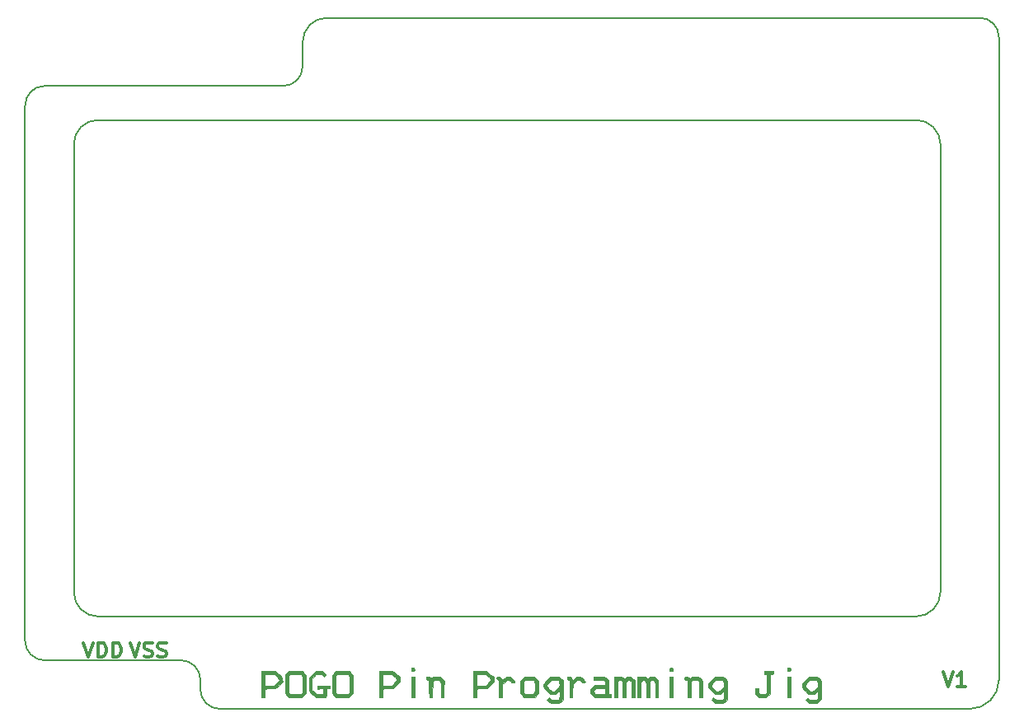
<source format=gbr>
%TF.GenerationSoftware,KiCad,Pcbnew,5.0.1*%
%TF.CreationDate,2019-01-19T14:59:23-06:00*%
%TF.ProjectId,NFCJig-TOP,4E46434A69672D544F502E6B69636164,rev?*%
%TF.SameCoordinates,Original*%
%TF.FileFunction,Legend,Top*%
%TF.FilePolarity,Positive*%
%FSLAX46Y46*%
G04 Gerber Fmt 4.6, Leading zero omitted, Abs format (unit mm)*
G04 Created by KiCad (PCBNEW 5.0.1) date Sat 19 Jan 2019 02:59:23 PM CST*
%MOMM*%
%LPD*%
G01*
G04 APERTURE LIST*
%ADD10C,0.150000*%
%ADD11C,0.300000*%
%ADD12C,0.010000*%
G04 APERTURE END LIST*
D10*
X127000000Y-134000000D02*
X204000000Y-134000000D01*
X107000000Y-127000000D02*
X107000000Y-126000000D01*
X109000000Y-129000000D02*
X110500000Y-129000000D01*
X109000000Y-129000000D02*
G75*
G02X107000000Y-127000000I0J2000000D01*
G01*
X123000000Y-129000000D02*
X110500000Y-129000000D01*
X107000000Y-72000000D02*
X107000000Y-126000000D01*
X125000000Y-132000000D02*
X125000000Y-131000000D01*
X123000000Y-129000000D02*
G75*
G02X125000000Y-131000000I0J-2000000D01*
G01*
X127000000Y-134000000D02*
G75*
G02X125000000Y-132000000I0J2000000D01*
G01*
X207000000Y-65000000D02*
X207000000Y-67000000D01*
X205000000Y-63000000D02*
X203500000Y-63000000D01*
X205000000Y-63000000D02*
G75*
G02X207000000Y-65000000I0J-2000000D01*
G01*
X203000000Y-63000000D02*
X203500000Y-63000000D01*
X138000000Y-63000000D02*
X203000000Y-63000000D01*
X135500000Y-68000000D02*
X135500000Y-65500000D01*
X135500000Y-65500000D02*
G75*
G02X138000000Y-63000000I2500000J0D01*
G01*
X107000000Y-72000000D02*
G75*
G02X109000000Y-70000000I2000000J0D01*
G01*
X109000000Y-70000000D02*
X110500000Y-70000000D01*
X133500000Y-70000000D02*
X110500000Y-70000000D01*
X135500000Y-68000000D02*
G75*
G02X133500000Y-70000000I-2000000J0D01*
G01*
X112000000Y-76000000D02*
G75*
G02X114500000Y-73500000I2500000J0D01*
G01*
X114500000Y-73500000D02*
X198500000Y-73500000D01*
X207000000Y-67000000D02*
X207000000Y-131000000D01*
X207000000Y-131000000D02*
G75*
G02X204000000Y-134000000I-3000000J0D01*
G01*
D11*
X117771428Y-127178571D02*
X118271428Y-128678571D01*
X118771428Y-127178571D01*
X119200000Y-128607142D02*
X119414285Y-128678571D01*
X119771428Y-128678571D01*
X119914285Y-128607142D01*
X119985714Y-128535714D01*
X120057142Y-128392857D01*
X120057142Y-128250000D01*
X119985714Y-128107142D01*
X119914285Y-128035714D01*
X119771428Y-127964285D01*
X119485714Y-127892857D01*
X119342857Y-127821428D01*
X119271428Y-127750000D01*
X119200000Y-127607142D01*
X119200000Y-127464285D01*
X119271428Y-127321428D01*
X119342857Y-127250000D01*
X119485714Y-127178571D01*
X119842857Y-127178571D01*
X120057142Y-127250000D01*
X120628571Y-128607142D02*
X120842857Y-128678571D01*
X121200000Y-128678571D01*
X121342857Y-128607142D01*
X121414285Y-128535714D01*
X121485714Y-128392857D01*
X121485714Y-128250000D01*
X121414285Y-128107142D01*
X121342857Y-128035714D01*
X121200000Y-127964285D01*
X120914285Y-127892857D01*
X120771428Y-127821428D01*
X120700000Y-127750000D01*
X120628571Y-127607142D01*
X120628571Y-127464285D01*
X120700000Y-127321428D01*
X120771428Y-127250000D01*
X120914285Y-127178571D01*
X121271428Y-127178571D01*
X121485714Y-127250000D01*
X113000000Y-127178571D02*
X113500000Y-128678571D01*
X114000000Y-127178571D01*
X114500000Y-128678571D02*
X114500000Y-127178571D01*
X114857142Y-127178571D01*
X115071428Y-127250000D01*
X115214285Y-127392857D01*
X115285714Y-127535714D01*
X115357142Y-127821428D01*
X115357142Y-128035714D01*
X115285714Y-128321428D01*
X115214285Y-128464285D01*
X115071428Y-128607142D01*
X114857142Y-128678571D01*
X114500000Y-128678571D01*
X116000000Y-128678571D02*
X116000000Y-127178571D01*
X116357142Y-127178571D01*
X116571428Y-127250000D01*
X116714285Y-127392857D01*
X116785714Y-127535714D01*
X116857142Y-127821428D01*
X116857142Y-128035714D01*
X116785714Y-128321428D01*
X116714285Y-128464285D01*
X116571428Y-128607142D01*
X116357142Y-128678571D01*
X116000000Y-128678571D01*
X201285714Y-130178571D02*
X201785714Y-131678571D01*
X202285714Y-130178571D01*
X203571428Y-131678571D02*
X202714285Y-131678571D01*
X203142857Y-131678571D02*
X203142857Y-130178571D01*
X203000000Y-130392857D01*
X202857142Y-130535714D01*
X202714285Y-130607142D01*
D10*
X112000000Y-122000000D02*
X112000000Y-76000000D01*
X198500000Y-124500000D02*
X114500000Y-124500000D01*
X201000000Y-76000000D02*
X201000000Y-122000000D01*
X201000000Y-122000000D02*
G75*
G02X198500000Y-124500000I-2500000J0D01*
G01*
X114500000Y-124500000D02*
G75*
G02X112000000Y-122000000I0J2500000D01*
G01*
X198500000Y-73500000D02*
G75*
G02X201000000Y-76000000I0J-2500000D01*
G01*
D12*
G36*
X185521054Y-129778740D02*
X185569216Y-129807255D01*
X185581593Y-129884652D01*
X185582000Y-129944000D01*
X185577927Y-130052387D01*
X185549412Y-130100549D01*
X185472015Y-130112926D01*
X185412667Y-130113333D01*
X185304280Y-130109260D01*
X185256118Y-130080745D01*
X185243741Y-130003348D01*
X185243334Y-129944000D01*
X185247407Y-129835613D01*
X185275922Y-129787451D01*
X185353319Y-129775074D01*
X185412667Y-129774667D01*
X185521054Y-129778740D01*
X185521054Y-129778740D01*
G37*
X185521054Y-129778740D02*
X185569216Y-129807255D01*
X185581593Y-129884652D01*
X185582000Y-129944000D01*
X185577927Y-130052387D01*
X185549412Y-130100549D01*
X185472015Y-130112926D01*
X185412667Y-130113333D01*
X185304280Y-130109260D01*
X185256118Y-130080745D01*
X185243741Y-130003348D01*
X185243334Y-129944000D01*
X185247407Y-129835613D01*
X185275922Y-129787451D01*
X185353319Y-129775074D01*
X185412667Y-129774667D01*
X185521054Y-129778740D01*
G36*
X173456054Y-129778740D02*
X173504216Y-129807255D01*
X173516593Y-129884652D01*
X173517000Y-129944000D01*
X173512355Y-130052450D01*
X173484875Y-130100651D01*
X173414244Y-130112980D01*
X173375889Y-130113333D01*
X173271287Y-130105588D01*
X173208467Y-130086778D01*
X173206556Y-130085111D01*
X173187184Y-130027015D01*
X173178383Y-129924160D01*
X173178334Y-129915778D01*
X173183908Y-129825402D01*
X173216884Y-129785235D01*
X173301641Y-129774960D01*
X173347667Y-129774667D01*
X173456054Y-129778740D01*
X173456054Y-129778740D01*
G37*
X173456054Y-129778740D02*
X173504216Y-129807255D01*
X173516593Y-129884652D01*
X173517000Y-129944000D01*
X173512355Y-130052450D01*
X173484875Y-130100651D01*
X173414244Y-130112980D01*
X173375889Y-130113333D01*
X173271287Y-130105588D01*
X173208467Y-130086778D01*
X173206556Y-130085111D01*
X173187184Y-130027015D01*
X173178383Y-129924160D01*
X173178334Y-129915778D01*
X173183908Y-129825402D01*
X173216884Y-129785235D01*
X173301641Y-129774960D01*
X173347667Y-129774667D01*
X173456054Y-129778740D01*
G36*
X146920699Y-129779793D02*
X146962858Y-129811445D01*
X146973669Y-129894034D01*
X146974000Y-129944000D01*
X146969515Y-130052418D01*
X146941819Y-130100600D01*
X146869554Y-130112955D01*
X146825834Y-130113333D01*
X146730968Y-130108207D01*
X146688809Y-130076554D01*
X146677998Y-129993966D01*
X146677667Y-129944000D01*
X146682152Y-129835582D01*
X146709848Y-129787400D01*
X146782113Y-129775045D01*
X146825834Y-129774667D01*
X146920699Y-129779793D01*
X146920699Y-129779793D01*
G37*
X146920699Y-129779793D02*
X146962858Y-129811445D01*
X146973669Y-129894034D01*
X146974000Y-129944000D01*
X146969515Y-130052418D01*
X146941819Y-130100600D01*
X146869554Y-130112955D01*
X146825834Y-130113333D01*
X146730968Y-130108207D01*
X146688809Y-130076554D01*
X146677998Y-129993966D01*
X146677667Y-129944000D01*
X146682152Y-129835582D01*
X146709848Y-129787400D01*
X146782113Y-129775045D01*
X146825834Y-129774667D01*
X146920699Y-129779793D01*
G36*
X159470760Y-130880145D02*
X159674000Y-131096623D01*
X159674000Y-132366416D01*
X159500725Y-132573375D01*
X159327449Y-132780333D01*
X158203919Y-132780333D01*
X158007626Y-132570480D01*
X157811334Y-132360627D01*
X157811334Y-131737234D01*
X158150000Y-131737234D01*
X158151058Y-131965294D01*
X158155760Y-132124861D01*
X158166399Y-132232099D01*
X158185268Y-132303172D01*
X158214662Y-132354241D01*
X158242046Y-132386021D01*
X158292855Y-132432118D01*
X158353307Y-132461021D01*
X158443279Y-132476669D01*
X158582650Y-132482999D01*
X158736734Y-132484000D01*
X158930307Y-132481830D01*
X159059441Y-132472848D01*
X159144309Y-132453345D01*
X159205080Y-132419613D01*
X159237355Y-132391954D01*
X159277517Y-132349349D01*
X159304900Y-132299877D01*
X159321938Y-132227564D01*
X159331065Y-132116438D01*
X159334717Y-131950525D01*
X159335334Y-131749099D01*
X159334276Y-131521039D01*
X159329574Y-131361472D01*
X159318935Y-131254234D01*
X159300065Y-131183161D01*
X159270672Y-131132092D01*
X159243288Y-131100312D01*
X159192478Y-131054215D01*
X159132027Y-131025312D01*
X159042054Y-131009664D01*
X158902684Y-131003334D01*
X158748599Y-131002333D01*
X158555026Y-131004503D01*
X158425892Y-131013485D01*
X158341025Y-131032988D01*
X158280254Y-131066720D01*
X158247979Y-131094379D01*
X158207816Y-131136984D01*
X158180434Y-131186456D01*
X158163396Y-131258769D01*
X158154269Y-131369895D01*
X158150617Y-131535808D01*
X158150000Y-131737234D01*
X157811334Y-131737234D01*
X157811334Y-131124265D01*
X158246948Y-130663667D01*
X159267519Y-130663667D01*
X159470760Y-130880145D01*
X159470760Y-130880145D01*
G37*
X159470760Y-130880145D02*
X159674000Y-131096623D01*
X159674000Y-132366416D01*
X159500725Y-132573375D01*
X159327449Y-132780333D01*
X158203919Y-132780333D01*
X158007626Y-132570480D01*
X157811334Y-132360627D01*
X157811334Y-131737234D01*
X158150000Y-131737234D01*
X158151058Y-131965294D01*
X158155760Y-132124861D01*
X158166399Y-132232099D01*
X158185268Y-132303172D01*
X158214662Y-132354241D01*
X158242046Y-132386021D01*
X158292855Y-132432118D01*
X158353307Y-132461021D01*
X158443279Y-132476669D01*
X158582650Y-132482999D01*
X158736734Y-132484000D01*
X158930307Y-132481830D01*
X159059441Y-132472848D01*
X159144309Y-132453345D01*
X159205080Y-132419613D01*
X159237355Y-132391954D01*
X159277517Y-132349349D01*
X159304900Y-132299877D01*
X159321938Y-132227564D01*
X159331065Y-132116438D01*
X159334717Y-131950525D01*
X159335334Y-131749099D01*
X159334276Y-131521039D01*
X159329574Y-131361472D01*
X159318935Y-131254234D01*
X159300065Y-131183161D01*
X159270672Y-131132092D01*
X159243288Y-131100312D01*
X159192478Y-131054215D01*
X159132027Y-131025312D01*
X159042054Y-131009664D01*
X158902684Y-131003334D01*
X158748599Y-131002333D01*
X158555026Y-131004503D01*
X158425892Y-131013485D01*
X158341025Y-131032988D01*
X158280254Y-131066720D01*
X158247979Y-131094379D01*
X158207816Y-131136984D01*
X158180434Y-131186456D01*
X158163396Y-131258769D01*
X158154269Y-131369895D01*
X158150617Y-131535808D01*
X158150000Y-131737234D01*
X157811334Y-131737234D01*
X157811334Y-131124265D01*
X158246948Y-130663667D01*
X159267519Y-130663667D01*
X159470760Y-130880145D01*
G36*
X185582000Y-132822667D02*
X185432505Y-132822667D01*
X185327584Y-132808901D01*
X185265776Y-132775140D01*
X185262382Y-132768913D01*
X185257057Y-132712972D01*
X185253185Y-132584778D01*
X185250874Y-132396733D01*
X185250232Y-132161240D01*
X185251366Y-131890701D01*
X185253128Y-131699996D01*
X185264500Y-130684833D01*
X185423250Y-130671694D01*
X185582000Y-130658556D01*
X185582000Y-132822667D01*
X185582000Y-132822667D01*
G37*
X185582000Y-132822667D02*
X185432505Y-132822667D01*
X185327584Y-132808901D01*
X185265776Y-132775140D01*
X185262382Y-132768913D01*
X185257057Y-132712972D01*
X185253185Y-132584778D01*
X185250874Y-132396733D01*
X185250232Y-132161240D01*
X185251366Y-131890701D01*
X185253128Y-131699996D01*
X185264500Y-130684833D01*
X185423250Y-130671694D01*
X185582000Y-130658556D01*
X185582000Y-132822667D01*
G36*
X183804000Y-130240333D02*
X183799927Y-130348720D01*
X183771412Y-130396882D01*
X183694015Y-130409259D01*
X183634667Y-130409667D01*
X183465334Y-130409667D01*
X183465334Y-132430081D01*
X183255480Y-132626374D01*
X183045627Y-132822667D01*
X182732401Y-132822667D01*
X182565198Y-132819649D01*
X182451421Y-132804425D01*
X182359881Y-132767741D01*
X182259391Y-132700341D01*
X182220073Y-132670640D01*
X182072274Y-132540623D01*
X181986507Y-132411033D01*
X181948031Y-132251707D01*
X181941334Y-132100244D01*
X181941334Y-131891333D01*
X182280000Y-131891333D01*
X182280000Y-132095621D01*
X182300545Y-132272900D01*
X182368577Y-132391106D01*
X182493694Y-132458513D01*
X182685493Y-132483396D01*
X182730433Y-132484000D01*
X182885368Y-132478064D01*
X182984613Y-132454890D01*
X183056647Y-132406425D01*
X183076954Y-132386021D01*
X183106897Y-132350798D01*
X183129529Y-132309708D01*
X183145873Y-132251246D01*
X183156949Y-132163908D01*
X183163779Y-132036188D01*
X183167383Y-131856583D01*
X183168782Y-131613588D01*
X183169000Y-131348855D01*
X183169000Y-130409667D01*
X183020834Y-130409667D01*
X182925968Y-130404540D01*
X182883809Y-130372888D01*
X182872998Y-130290299D01*
X182872667Y-130240333D01*
X182872667Y-130071000D01*
X183804000Y-130071000D01*
X183804000Y-130240333D01*
X183804000Y-130240333D01*
G37*
X183804000Y-130240333D02*
X183799927Y-130348720D01*
X183771412Y-130396882D01*
X183694015Y-130409259D01*
X183634667Y-130409667D01*
X183465334Y-130409667D01*
X183465334Y-132430081D01*
X183255480Y-132626374D01*
X183045627Y-132822667D01*
X182732401Y-132822667D01*
X182565198Y-132819649D01*
X182451421Y-132804425D01*
X182359881Y-132767741D01*
X182259391Y-132700341D01*
X182220073Y-132670640D01*
X182072274Y-132540623D01*
X181986507Y-132411033D01*
X181948031Y-132251707D01*
X181941334Y-132100244D01*
X181941334Y-131891333D01*
X182280000Y-131891333D01*
X182280000Y-132095621D01*
X182300545Y-132272900D01*
X182368577Y-132391106D01*
X182493694Y-132458513D01*
X182685493Y-132483396D01*
X182730433Y-132484000D01*
X182885368Y-132478064D01*
X182984613Y-132454890D01*
X183056647Y-132406425D01*
X183076954Y-132386021D01*
X183106897Y-132350798D01*
X183129529Y-132309708D01*
X183145873Y-132251246D01*
X183156949Y-132163908D01*
X183163779Y-132036188D01*
X183167383Y-131856583D01*
X183168782Y-131613588D01*
X183169000Y-131348855D01*
X183169000Y-130409667D01*
X183020834Y-130409667D01*
X182925968Y-130404540D01*
X182883809Y-130372888D01*
X182872998Y-130290299D01*
X182872667Y-130240333D01*
X182872667Y-130071000D01*
X183804000Y-130071000D01*
X183804000Y-130240333D01*
G36*
X175951619Y-130667077D02*
X176065440Y-130683180D01*
X176156745Y-130720787D01*
X176256565Y-130788708D01*
X176275674Y-130803186D01*
X176369667Y-130877624D01*
X176440671Y-130947012D01*
X176491729Y-131024156D01*
X176525882Y-131121863D01*
X176546173Y-131252939D01*
X176555643Y-131430189D01*
X176557335Y-131666419D01*
X176554290Y-131974436D01*
X176554270Y-131976000D01*
X176543834Y-132801500D01*
X176247500Y-132801500D01*
X176235950Y-131998866D01*
X176231373Y-131717863D01*
X176225926Y-131508870D01*
X176218164Y-131359235D01*
X176206645Y-131256302D01*
X176189924Y-131187420D01*
X176166558Y-131139932D01*
X176135103Y-131101186D01*
X176133321Y-131099283D01*
X176066249Y-131043501D01*
X175980857Y-131013927D01*
X175849728Y-131003093D01*
X175777337Y-131002333D01*
X175628247Y-131005785D01*
X175536865Y-131022389D01*
X175476318Y-131061520D01*
X175424883Y-131125285D01*
X175393917Y-131174480D01*
X175371226Y-131231102D01*
X175355537Y-131308382D01*
X175345578Y-131419553D01*
X175340074Y-131577850D01*
X175337754Y-131796503D01*
X175337334Y-132035452D01*
X175337334Y-132822667D01*
X175042684Y-132822667D01*
X175031259Y-131923083D01*
X175019834Y-131023500D01*
X174858689Y-131010218D01*
X174754296Y-130996685D01*
X174711513Y-130962185D01*
X174707445Y-130880551D01*
X174710522Y-130840885D01*
X174725567Y-130738940D01*
X174765667Y-130691901D01*
X174857703Y-130673967D01*
X174887078Y-130671407D01*
X175028905Y-130679098D01*
X175135917Y-130738544D01*
X175149167Y-130750525D01*
X175247677Y-130843070D01*
X175361714Y-130753368D01*
X175442597Y-130703583D01*
X175543235Y-130675881D01*
X175689608Y-130664746D01*
X175784252Y-130663666D01*
X175951619Y-130667077D01*
X175951619Y-130667077D01*
G37*
X175951619Y-130667077D02*
X176065440Y-130683180D01*
X176156745Y-130720787D01*
X176256565Y-130788708D01*
X176275674Y-130803186D01*
X176369667Y-130877624D01*
X176440671Y-130947012D01*
X176491729Y-131024156D01*
X176525882Y-131121863D01*
X176546173Y-131252939D01*
X176555643Y-131430189D01*
X176557335Y-131666419D01*
X176554290Y-131974436D01*
X176554270Y-131976000D01*
X176543834Y-132801500D01*
X176247500Y-132801500D01*
X176235950Y-131998866D01*
X176231373Y-131717863D01*
X176225926Y-131508870D01*
X176218164Y-131359235D01*
X176206645Y-131256302D01*
X176189924Y-131187420D01*
X176166558Y-131139932D01*
X176135103Y-131101186D01*
X176133321Y-131099283D01*
X176066249Y-131043501D01*
X175980857Y-131013927D01*
X175849728Y-131003093D01*
X175777337Y-131002333D01*
X175628247Y-131005785D01*
X175536865Y-131022389D01*
X175476318Y-131061520D01*
X175424883Y-131125285D01*
X175393917Y-131174480D01*
X175371226Y-131231102D01*
X175355537Y-131308382D01*
X175345578Y-131419553D01*
X175340074Y-131577850D01*
X175337754Y-131796503D01*
X175337334Y-132035452D01*
X175337334Y-132822667D01*
X175042684Y-132822667D01*
X175031259Y-131923083D01*
X175019834Y-131023500D01*
X174858689Y-131010218D01*
X174754296Y-130996685D01*
X174711513Y-130962185D01*
X174707445Y-130880551D01*
X174710522Y-130840885D01*
X174725567Y-130738940D01*
X174765667Y-130691901D01*
X174857703Y-130673967D01*
X174887078Y-130671407D01*
X175028905Y-130679098D01*
X175135917Y-130738544D01*
X175149167Y-130750525D01*
X175247677Y-130843070D01*
X175361714Y-130753368D01*
X175442597Y-130703583D01*
X175543235Y-130675881D01*
X175689608Y-130664746D01*
X175784252Y-130663666D01*
X175951619Y-130667077D01*
G36*
X173517000Y-132822667D02*
X173367505Y-132822667D01*
X173262584Y-132808901D01*
X173200776Y-132775140D01*
X173197382Y-132768913D01*
X173192057Y-132712972D01*
X173188185Y-132584778D01*
X173185874Y-132396733D01*
X173185232Y-132161240D01*
X173186366Y-131890701D01*
X173188128Y-131699996D01*
X173199500Y-130684833D01*
X173358250Y-130671694D01*
X173517000Y-130658556D01*
X173517000Y-132822667D01*
X173517000Y-132822667D01*
G37*
X173517000Y-132822667D02*
X173367505Y-132822667D01*
X173262584Y-132808901D01*
X173200776Y-132775140D01*
X173197382Y-132768913D01*
X173192057Y-132712972D01*
X173188185Y-132584778D01*
X173185874Y-132396733D01*
X173185232Y-132161240D01*
X173186366Y-131890701D01*
X173188128Y-131699996D01*
X173199500Y-130684833D01*
X173358250Y-130671694D01*
X173517000Y-130658556D01*
X173517000Y-132822667D01*
G36*
X170604867Y-130676911D02*
X170763416Y-130745686D01*
X170817587Y-130786471D01*
X170957453Y-130909275D01*
X171094894Y-130786471D01*
X171226978Y-130695706D01*
X171370242Y-130664387D01*
X171402815Y-130663667D01*
X171508016Y-130672986D01*
X171599765Y-130710172D01*
X171704879Y-130789066D01*
X171783147Y-130859959D01*
X171993000Y-131056252D01*
X171993000Y-132822667D01*
X171696667Y-132822667D01*
X171696667Y-132004546D01*
X171696329Y-131721985D01*
X171694426Y-131511682D01*
X171689622Y-131361229D01*
X171680581Y-131258217D01*
X171665968Y-131190237D01*
X171644446Y-131144882D01*
X171614680Y-131109743D01*
X171598688Y-131094379D01*
X171464337Y-131015748D01*
X171325203Y-131017065D01*
X171198160Y-131098080D01*
X171196046Y-131100312D01*
X171164157Y-131138218D01*
X171140625Y-131182621D01*
X171124184Y-131246070D01*
X171113568Y-131341116D01*
X171107511Y-131480308D01*
X171104749Y-131676194D01*
X171104015Y-131941325D01*
X171104000Y-132013034D01*
X171104000Y-132827777D01*
X170945250Y-132814639D01*
X170786500Y-132801500D01*
X170774950Y-131998866D01*
X170770373Y-131717863D01*
X170764926Y-131508870D01*
X170757164Y-131359235D01*
X170745645Y-131256302D01*
X170728924Y-131187420D01*
X170705558Y-131139932D01*
X170674103Y-131101186D01*
X170672321Y-131099283D01*
X170551005Y-131016606D01*
X170426014Y-131017889D01*
X170307046Y-131100312D01*
X170275113Y-131138279D01*
X170251561Y-131182759D01*
X170235119Y-131246326D01*
X170224515Y-131341552D01*
X170218477Y-131481012D01*
X170215733Y-131677280D01*
X170215013Y-131942930D01*
X170215000Y-132010478D01*
X170215000Y-132822667D01*
X170065505Y-132822667D01*
X169960584Y-132808901D01*
X169898776Y-132775140D01*
X169895382Y-132768913D01*
X169890057Y-132712972D01*
X169886185Y-132584778D01*
X169883874Y-132396733D01*
X169883232Y-132161240D01*
X169884366Y-131890701D01*
X169886128Y-131699996D01*
X169897500Y-130684833D01*
X170016477Y-130671191D01*
X170121971Y-130675319D01*
X170187230Y-130700519D01*
X170267500Y-130718899D01*
X170301087Y-130704227D01*
X170440381Y-130661439D01*
X170604867Y-130676911D01*
X170604867Y-130676911D01*
G37*
X170604867Y-130676911D02*
X170763416Y-130745686D01*
X170817587Y-130786471D01*
X170957453Y-130909275D01*
X171094894Y-130786471D01*
X171226978Y-130695706D01*
X171370242Y-130664387D01*
X171402815Y-130663667D01*
X171508016Y-130672986D01*
X171599765Y-130710172D01*
X171704879Y-130789066D01*
X171783147Y-130859959D01*
X171993000Y-131056252D01*
X171993000Y-132822667D01*
X171696667Y-132822667D01*
X171696667Y-132004546D01*
X171696329Y-131721985D01*
X171694426Y-131511682D01*
X171689622Y-131361229D01*
X171680581Y-131258217D01*
X171665968Y-131190237D01*
X171644446Y-131144882D01*
X171614680Y-131109743D01*
X171598688Y-131094379D01*
X171464337Y-131015748D01*
X171325203Y-131017065D01*
X171198160Y-131098080D01*
X171196046Y-131100312D01*
X171164157Y-131138218D01*
X171140625Y-131182621D01*
X171124184Y-131246070D01*
X171113568Y-131341116D01*
X171107511Y-131480308D01*
X171104749Y-131676194D01*
X171104015Y-131941325D01*
X171104000Y-132013034D01*
X171104000Y-132827777D01*
X170945250Y-132814639D01*
X170786500Y-132801500D01*
X170774950Y-131998866D01*
X170770373Y-131717863D01*
X170764926Y-131508870D01*
X170757164Y-131359235D01*
X170745645Y-131256302D01*
X170728924Y-131187420D01*
X170705558Y-131139932D01*
X170674103Y-131101186D01*
X170672321Y-131099283D01*
X170551005Y-131016606D01*
X170426014Y-131017889D01*
X170307046Y-131100312D01*
X170275113Y-131138279D01*
X170251561Y-131182759D01*
X170235119Y-131246326D01*
X170224515Y-131341552D01*
X170218477Y-131481012D01*
X170215733Y-131677280D01*
X170215013Y-131942930D01*
X170215000Y-132010478D01*
X170215000Y-132822667D01*
X170065505Y-132822667D01*
X169960584Y-132808901D01*
X169898776Y-132775140D01*
X169895382Y-132768913D01*
X169890057Y-132712972D01*
X169886185Y-132584778D01*
X169883874Y-132396733D01*
X169883232Y-132161240D01*
X169884366Y-131890701D01*
X169886128Y-131699996D01*
X169897500Y-130684833D01*
X170016477Y-130671191D01*
X170121971Y-130675319D01*
X170187230Y-130700519D01*
X170267500Y-130718899D01*
X170301087Y-130704227D01*
X170440381Y-130661439D01*
X170604867Y-130676911D01*
G36*
X168191867Y-130676911D02*
X168350416Y-130745686D01*
X168404587Y-130786471D01*
X168544453Y-130909275D01*
X168681894Y-130786471D01*
X168813978Y-130695706D01*
X168957242Y-130664387D01*
X168989815Y-130663667D01*
X169095016Y-130672986D01*
X169186765Y-130710172D01*
X169291879Y-130789066D01*
X169370147Y-130859959D01*
X169580000Y-131056252D01*
X169580000Y-132822667D01*
X169283667Y-132822667D01*
X169283667Y-132004546D01*
X169283329Y-131721985D01*
X169281426Y-131511682D01*
X169276622Y-131361229D01*
X169267581Y-131258217D01*
X169252968Y-131190237D01*
X169231446Y-131144882D01*
X169201680Y-131109743D01*
X169185688Y-131094379D01*
X169052142Y-131014769D01*
X168916934Y-131014661D01*
X168796227Y-131093282D01*
X168778739Y-131113876D01*
X168747999Y-131158230D01*
X168725395Y-131210341D01*
X168709685Y-131283105D01*
X168699631Y-131389422D01*
X168693992Y-131542189D01*
X168691528Y-131754305D01*
X168691000Y-132026598D01*
X168691000Y-132827777D01*
X168532250Y-132814639D01*
X168373500Y-132801500D01*
X168361950Y-131998866D01*
X168357373Y-131717863D01*
X168351926Y-131508870D01*
X168344164Y-131359235D01*
X168332645Y-131256302D01*
X168315924Y-131187420D01*
X168292558Y-131139932D01*
X168261103Y-131101186D01*
X168259321Y-131099283D01*
X168151916Y-131018538D01*
X168042929Y-131015214D01*
X167915099Y-131088851D01*
X167913543Y-131090072D01*
X167802000Y-131177812D01*
X167802000Y-132822667D01*
X167652505Y-132822667D01*
X167547584Y-132808901D01*
X167485776Y-132775140D01*
X167482382Y-132768913D01*
X167477057Y-132712972D01*
X167473185Y-132584778D01*
X167470874Y-132396733D01*
X167470232Y-132161240D01*
X167471366Y-131890701D01*
X167473128Y-131699996D01*
X167484500Y-130684833D01*
X167603477Y-130671191D01*
X167708971Y-130675319D01*
X167774230Y-130700519D01*
X167854500Y-130718899D01*
X167888087Y-130704227D01*
X168027381Y-130661439D01*
X168191867Y-130676911D01*
X168191867Y-130676911D01*
G37*
X168191867Y-130676911D02*
X168350416Y-130745686D01*
X168404587Y-130786471D01*
X168544453Y-130909275D01*
X168681894Y-130786471D01*
X168813978Y-130695706D01*
X168957242Y-130664387D01*
X168989815Y-130663667D01*
X169095016Y-130672986D01*
X169186765Y-130710172D01*
X169291879Y-130789066D01*
X169370147Y-130859959D01*
X169580000Y-131056252D01*
X169580000Y-132822667D01*
X169283667Y-132822667D01*
X169283667Y-132004546D01*
X169283329Y-131721985D01*
X169281426Y-131511682D01*
X169276622Y-131361229D01*
X169267581Y-131258217D01*
X169252968Y-131190237D01*
X169231446Y-131144882D01*
X169201680Y-131109743D01*
X169185688Y-131094379D01*
X169052142Y-131014769D01*
X168916934Y-131014661D01*
X168796227Y-131093282D01*
X168778739Y-131113876D01*
X168747999Y-131158230D01*
X168725395Y-131210341D01*
X168709685Y-131283105D01*
X168699631Y-131389422D01*
X168693992Y-131542189D01*
X168691528Y-131754305D01*
X168691000Y-132026598D01*
X168691000Y-132827777D01*
X168532250Y-132814639D01*
X168373500Y-132801500D01*
X168361950Y-131998866D01*
X168357373Y-131717863D01*
X168351926Y-131508870D01*
X168344164Y-131359235D01*
X168332645Y-131256302D01*
X168315924Y-131187420D01*
X168292558Y-131139932D01*
X168261103Y-131101186D01*
X168259321Y-131099283D01*
X168151916Y-131018538D01*
X168042929Y-131015214D01*
X167915099Y-131088851D01*
X167913543Y-131090072D01*
X167802000Y-131177812D01*
X167802000Y-132822667D01*
X167652505Y-132822667D01*
X167547584Y-132808901D01*
X167485776Y-132775140D01*
X167482382Y-132768913D01*
X167477057Y-132712972D01*
X167473185Y-132584778D01*
X167470874Y-132396733D01*
X167470232Y-132161240D01*
X167471366Y-131890701D01*
X167473128Y-131699996D01*
X167484500Y-130684833D01*
X167603477Y-130671191D01*
X167708971Y-130675319D01*
X167774230Y-130700519D01*
X167854500Y-130718899D01*
X167888087Y-130704227D01*
X168027381Y-130661439D01*
X168191867Y-130676911D01*
G36*
X166870667Y-131056252D02*
X166870667Y-132478889D01*
X167029417Y-132492028D01*
X167133448Y-132506771D01*
X167177961Y-132544479D01*
X167188065Y-132630665D01*
X167188167Y-132653333D01*
X167188167Y-132801500D01*
X166341500Y-132811924D01*
X166080424Y-132813592D01*
X165847264Y-132812150D01*
X165655644Y-132807922D01*
X165519186Y-132801229D01*
X165451512Y-132792394D01*
X165447907Y-132790757D01*
X165396962Y-132743616D01*
X165311550Y-132652701D01*
X165225657Y-132555508D01*
X165125021Y-132429231D01*
X165071886Y-132328954D01*
X165057043Y-132249106D01*
X165401719Y-132249106D01*
X165478880Y-132383697D01*
X165481046Y-132386021D01*
X165525933Y-132427893D01*
X165578385Y-132455786D01*
X165655441Y-132472517D01*
X165774142Y-132480904D01*
X165951526Y-132483763D01*
X166073713Y-132484000D01*
X166574334Y-132484000D01*
X166574334Y-131891333D01*
X166079645Y-131891333D01*
X165864356Y-131892680D01*
X165716313Y-131898523D01*
X165618116Y-131911563D01*
X165552363Y-131934504D01*
X165501653Y-131970049D01*
X165486979Y-131983379D01*
X165404502Y-132110042D01*
X165401719Y-132249106D01*
X165057043Y-132249106D01*
X165052120Y-132222625D01*
X165050334Y-132157878D01*
X165056381Y-132046957D01*
X165083890Y-131960998D01*
X165146913Y-131872694D01*
X165255953Y-131758286D01*
X165461572Y-131552666D01*
X166017953Y-131552667D01*
X166574334Y-131552667D01*
X166574334Y-131369546D01*
X166557531Y-131221103D01*
X166498882Y-131117306D01*
X166476355Y-131094379D01*
X166428056Y-131055415D01*
X166370303Y-131029266D01*
X166286251Y-131013415D01*
X166159053Y-131005346D01*
X165971863Y-131002546D01*
X165859966Y-131002333D01*
X165341556Y-131002333D01*
X165367834Y-130684833D01*
X165908041Y-130672982D01*
X166448249Y-130661130D01*
X166870667Y-131056252D01*
X166870667Y-131056252D01*
G37*
X166870667Y-131056252D02*
X166870667Y-132478889D01*
X167029417Y-132492028D01*
X167133448Y-132506771D01*
X167177961Y-132544479D01*
X167188065Y-132630665D01*
X167188167Y-132653333D01*
X167188167Y-132801500D01*
X166341500Y-132811924D01*
X166080424Y-132813592D01*
X165847264Y-132812150D01*
X165655644Y-132807922D01*
X165519186Y-132801229D01*
X165451512Y-132792394D01*
X165447907Y-132790757D01*
X165396962Y-132743616D01*
X165311550Y-132652701D01*
X165225657Y-132555508D01*
X165125021Y-132429231D01*
X165071886Y-132328954D01*
X165057043Y-132249106D01*
X165401719Y-132249106D01*
X165478880Y-132383697D01*
X165481046Y-132386021D01*
X165525933Y-132427893D01*
X165578385Y-132455786D01*
X165655441Y-132472517D01*
X165774142Y-132480904D01*
X165951526Y-132483763D01*
X166073713Y-132484000D01*
X166574334Y-132484000D01*
X166574334Y-131891333D01*
X166079645Y-131891333D01*
X165864356Y-131892680D01*
X165716313Y-131898523D01*
X165618116Y-131911563D01*
X165552363Y-131934504D01*
X165501653Y-131970049D01*
X165486979Y-131983379D01*
X165404502Y-132110042D01*
X165401719Y-132249106D01*
X165057043Y-132249106D01*
X165052120Y-132222625D01*
X165050334Y-132157878D01*
X165056381Y-132046957D01*
X165083890Y-131960998D01*
X165146913Y-131872694D01*
X165255953Y-131758286D01*
X165461572Y-131552666D01*
X166017953Y-131552667D01*
X166574334Y-131552667D01*
X166574334Y-131369546D01*
X166557531Y-131221103D01*
X166498882Y-131117306D01*
X166476355Y-131094379D01*
X166428056Y-131055415D01*
X166370303Y-131029266D01*
X166286251Y-131013415D01*
X166159053Y-131005346D01*
X165971863Y-131002546D01*
X165859966Y-131002333D01*
X165341556Y-131002333D01*
X165367834Y-130684833D01*
X165908041Y-130672982D01*
X166448249Y-130661130D01*
X166870667Y-131056252D01*
G36*
X163968829Y-130670267D02*
X164051129Y-130698917D01*
X164139946Y-130762894D01*
X164258985Y-130875470D01*
X164273609Y-130890058D01*
X164394202Y-131022942D01*
X164473816Y-131136037D01*
X164500000Y-131207558D01*
X164487741Y-131266763D01*
X164435676Y-131293014D01*
X164330667Y-131298667D01*
X164210638Y-131287221D01*
X164163029Y-131250641D01*
X164161334Y-131238049D01*
X164125679Y-131167448D01*
X164037945Y-131091573D01*
X163926976Y-131030045D01*
X163821617Y-131002484D01*
X163814807Y-131002333D01*
X163717378Y-131038294D01*
X163578730Y-131144996D01*
X163473251Y-131245806D01*
X163232319Y-131489278D01*
X163220576Y-132145389D01*
X163208834Y-132801500D01*
X163050084Y-132814639D01*
X162891334Y-132827777D01*
X162891334Y-131046280D01*
X162785132Y-131019625D01*
X162689539Y-130964292D01*
X162642305Y-130875599D01*
X162642733Y-130779141D01*
X162690129Y-130700517D01*
X162783798Y-130665325D01*
X162794755Y-130665167D01*
X162977760Y-130706978D01*
X163124748Y-130822348D01*
X163187581Y-130917500D01*
X163258906Y-131055427D01*
X163353624Y-130922408D01*
X163513347Y-130764067D01*
X163714780Y-130679354D01*
X163869340Y-130663667D01*
X163968829Y-130670267D01*
X163968829Y-130670267D01*
G37*
X163968829Y-130670267D02*
X164051129Y-130698917D01*
X164139946Y-130762894D01*
X164258985Y-130875470D01*
X164273609Y-130890058D01*
X164394202Y-131022942D01*
X164473816Y-131136037D01*
X164500000Y-131207558D01*
X164487741Y-131266763D01*
X164435676Y-131293014D01*
X164330667Y-131298667D01*
X164210638Y-131287221D01*
X164163029Y-131250641D01*
X164161334Y-131238049D01*
X164125679Y-131167448D01*
X164037945Y-131091573D01*
X163926976Y-131030045D01*
X163821617Y-131002484D01*
X163814807Y-131002333D01*
X163717378Y-131038294D01*
X163578730Y-131144996D01*
X163473251Y-131245806D01*
X163232319Y-131489278D01*
X163220576Y-132145389D01*
X163208834Y-132801500D01*
X163050084Y-132814639D01*
X162891334Y-132827777D01*
X162891334Y-131046280D01*
X162785132Y-131019625D01*
X162689539Y-130964292D01*
X162642305Y-130875599D01*
X162642733Y-130779141D01*
X162690129Y-130700517D01*
X162783798Y-130665325D01*
X162794755Y-130665167D01*
X162977760Y-130706978D01*
X163124748Y-130822348D01*
X163187581Y-130917500D01*
X163258906Y-131055427D01*
X163353624Y-130922408D01*
X163513347Y-130764067D01*
X163714780Y-130679354D01*
X163869340Y-130663667D01*
X163968829Y-130670267D01*
G36*
X156713409Y-130669394D02*
X156799383Y-130695256D01*
X156888886Y-130754270D01*
X157007331Y-130859457D01*
X157030701Y-130881474D01*
X157176957Y-131035804D01*
X157251322Y-131153652D01*
X157261000Y-131198974D01*
X157250679Y-131263381D01*
X157204031Y-131291992D01*
X157097526Y-131298660D01*
X157091667Y-131298667D01*
X156971464Y-131287149D01*
X156923940Y-131250432D01*
X156922334Y-131238239D01*
X156886284Y-131161317D01*
X156797457Y-131082806D01*
X156684838Y-131023110D01*
X156587216Y-131002333D01*
X156498695Y-131026551D01*
X156385418Y-131104520D01*
X156235831Y-131244210D01*
X156234251Y-131245806D01*
X155993319Y-131489278D01*
X155981576Y-132145389D01*
X155969834Y-132801500D01*
X155811084Y-132814639D01*
X155652334Y-132827777D01*
X155652334Y-131046280D01*
X155550789Y-131020794D01*
X155467928Y-130970891D01*
X155429001Y-130862351D01*
X155428830Y-130861237D01*
X155419358Y-130741507D01*
X155447654Y-130682637D01*
X155527113Y-130664404D01*
X155559582Y-130663825D01*
X155699684Y-130693347D01*
X155836216Y-130768149D01*
X155938907Y-130868130D01*
X155973592Y-130938735D01*
X156000789Y-131047097D01*
X156205747Y-130855382D01*
X156326287Y-130749214D01*
X156418862Y-130691289D01*
X156512824Y-130667532D01*
X156605554Y-130663666D01*
X156713409Y-130669394D01*
X156713409Y-130669394D01*
G37*
X156713409Y-130669394D02*
X156799383Y-130695256D01*
X156888886Y-130754270D01*
X157007331Y-130859457D01*
X157030701Y-130881474D01*
X157176957Y-131035804D01*
X157251322Y-131153652D01*
X157261000Y-131198974D01*
X157250679Y-131263381D01*
X157204031Y-131291992D01*
X157097526Y-131298660D01*
X157091667Y-131298667D01*
X156971464Y-131287149D01*
X156923940Y-131250432D01*
X156922334Y-131238239D01*
X156886284Y-131161317D01*
X156797457Y-131082806D01*
X156684838Y-131023110D01*
X156587216Y-131002333D01*
X156498695Y-131026551D01*
X156385418Y-131104520D01*
X156235831Y-131244210D01*
X156234251Y-131245806D01*
X155993319Y-131489278D01*
X155981576Y-132145389D01*
X155969834Y-132801500D01*
X155811084Y-132814639D01*
X155652334Y-132827777D01*
X155652334Y-131046280D01*
X155550789Y-131020794D01*
X155467928Y-130970891D01*
X155429001Y-130862351D01*
X155428830Y-130861237D01*
X155419358Y-130741507D01*
X155447654Y-130682637D01*
X155527113Y-130664404D01*
X155559582Y-130663825D01*
X155699684Y-130693347D01*
X155836216Y-130768149D01*
X155938907Y-130868130D01*
X155973592Y-130938735D01*
X156000789Y-131047097D01*
X156205747Y-130855382D01*
X156326287Y-130749214D01*
X156418862Y-130691289D01*
X156512824Y-130667532D01*
X156605554Y-130663666D01*
X156713409Y-130669394D01*
G36*
X154746550Y-130393702D02*
X155102000Y-130716405D01*
X155102000Y-131237153D01*
X154443960Y-131891333D01*
X154016272Y-131891333D01*
X153818644Y-131893941D01*
X153639072Y-131900944D01*
X153503532Y-131911118D01*
X153456292Y-131917792D01*
X153324000Y-131944250D01*
X153324000Y-132822667D01*
X152985334Y-132822667D01*
X152985334Y-130409667D01*
X153324000Y-130409667D01*
X153324000Y-131595000D01*
X154274222Y-131595000D01*
X154539945Y-131331639D01*
X154663645Y-131199720D01*
X154755619Y-131083463D01*
X154802424Y-131000474D01*
X154805667Y-130983617D01*
X154777181Y-130915108D01*
X154701603Y-130809005D01*
X154593754Y-130685467D01*
X154563575Y-130654311D01*
X154321484Y-130409667D01*
X153324000Y-130409667D01*
X152985334Y-130409667D01*
X152985334Y-130071000D01*
X154391099Y-130071000D01*
X154746550Y-130393702D01*
X154746550Y-130393702D01*
G37*
X154746550Y-130393702D02*
X155102000Y-130716405D01*
X155102000Y-131237153D01*
X154443960Y-131891333D01*
X154016272Y-131891333D01*
X153818644Y-131893941D01*
X153639072Y-131900944D01*
X153503532Y-131911118D01*
X153456292Y-131917792D01*
X153324000Y-131944250D01*
X153324000Y-132822667D01*
X152985334Y-132822667D01*
X152985334Y-130409667D01*
X153324000Y-130409667D01*
X153324000Y-131595000D01*
X154274222Y-131595000D01*
X154539945Y-131331639D01*
X154663645Y-131199720D01*
X154755619Y-131083463D01*
X154802424Y-131000474D01*
X154805667Y-130983617D01*
X154777181Y-130915108D01*
X154701603Y-130809005D01*
X154593754Y-130685467D01*
X154563575Y-130654311D01*
X154321484Y-130409667D01*
X153324000Y-130409667D01*
X152985334Y-130409667D01*
X152985334Y-130071000D01*
X154391099Y-130071000D01*
X154746550Y-130393702D01*
G36*
X148525523Y-130689850D02*
X148630894Y-130744938D01*
X148706022Y-130797898D01*
X148757714Y-130795948D01*
X148809361Y-130755521D01*
X148870795Y-130719119D01*
X148968151Y-130697099D01*
X149119365Y-130686692D01*
X149267283Y-130684833D01*
X149646677Y-130684833D01*
X150023763Y-131083937D01*
X150012298Y-131942719D01*
X150000834Y-132801500D01*
X149704500Y-132801500D01*
X149692987Y-131982032D01*
X149688600Y-131698853D01*
X149683570Y-131488118D01*
X149676457Y-131337608D01*
X149665820Y-131235104D01*
X149650221Y-131168389D01*
X149628219Y-131125243D01*
X149598375Y-131093447D01*
X149587153Y-131083858D01*
X149462186Y-131022938D01*
X149299148Y-130998521D01*
X149130303Y-131009850D01*
X148987915Y-131056168D01*
X148929680Y-131099283D01*
X148897789Y-131137925D01*
X148874059Y-131184686D01*
X148857045Y-131252220D01*
X148845303Y-131353181D01*
X148837390Y-131500223D01*
X148831863Y-131705999D01*
X148827277Y-131983163D01*
X148827050Y-131998866D01*
X148815500Y-132801500D01*
X148657599Y-132814588D01*
X148499699Y-132827676D01*
X148488266Y-131925588D01*
X148476834Y-131023500D01*
X148339250Y-131010234D01*
X148250388Y-130994803D01*
X148211355Y-130954033D01*
X148201824Y-130861338D01*
X148201667Y-130830318D01*
X148206038Y-130723061D01*
X148235378Y-130675835D01*
X148314023Y-130664005D01*
X148366310Y-130663667D01*
X148525523Y-130689850D01*
X148525523Y-130689850D01*
G37*
X148525523Y-130689850D02*
X148630894Y-130744938D01*
X148706022Y-130797898D01*
X148757714Y-130795948D01*
X148809361Y-130755521D01*
X148870795Y-130719119D01*
X148968151Y-130697099D01*
X149119365Y-130686692D01*
X149267283Y-130684833D01*
X149646677Y-130684833D01*
X150023763Y-131083937D01*
X150012298Y-131942719D01*
X150000834Y-132801500D01*
X149704500Y-132801500D01*
X149692987Y-131982032D01*
X149688600Y-131698853D01*
X149683570Y-131488118D01*
X149676457Y-131337608D01*
X149665820Y-131235104D01*
X149650221Y-131168389D01*
X149628219Y-131125243D01*
X149598375Y-131093447D01*
X149587153Y-131083858D01*
X149462186Y-131022938D01*
X149299148Y-130998521D01*
X149130303Y-131009850D01*
X148987915Y-131056168D01*
X148929680Y-131099283D01*
X148897789Y-131137925D01*
X148874059Y-131184686D01*
X148857045Y-131252220D01*
X148845303Y-131353181D01*
X148837390Y-131500223D01*
X148831863Y-131705999D01*
X148827277Y-131983163D01*
X148827050Y-131998866D01*
X148815500Y-132801500D01*
X148657599Y-132814588D01*
X148499699Y-132827676D01*
X148488266Y-131925588D01*
X148476834Y-131023500D01*
X148339250Y-131010234D01*
X148250388Y-130994803D01*
X148211355Y-130954033D01*
X148201824Y-130861338D01*
X148201667Y-130830318D01*
X148206038Y-130723061D01*
X148235378Y-130675835D01*
X148314023Y-130664005D01*
X148366310Y-130663667D01*
X148525523Y-130689850D01*
G36*
X146974000Y-132822667D02*
X146677667Y-132822667D01*
X146677667Y-130663667D01*
X146974000Y-130663667D01*
X146974000Y-132822667D01*
X146974000Y-132822667D01*
G37*
X146974000Y-132822667D02*
X146677667Y-132822667D01*
X146677667Y-130663667D01*
X146974000Y-130663667D01*
X146974000Y-132822667D01*
G36*
X145108410Y-130399083D02*
X145456087Y-130727167D01*
X145471167Y-131211719D01*
X145133493Y-131551526D01*
X144795820Y-131891333D01*
X144366202Y-131891333D01*
X144168208Y-131893928D01*
X143988301Y-131900902D01*
X143852357Y-131911035D01*
X143804292Y-131917792D01*
X143672000Y-131944250D01*
X143672000Y-132822667D01*
X143333334Y-132822667D01*
X143333334Y-130409667D01*
X143672000Y-130409667D01*
X143672000Y-131595000D01*
X144622222Y-131595000D01*
X144887945Y-131331639D01*
X145011645Y-131199720D01*
X145103619Y-131083463D01*
X145150424Y-131000474D01*
X145153667Y-130983617D01*
X145125181Y-130915108D01*
X145049603Y-130809005D01*
X144941754Y-130685467D01*
X144911575Y-130654311D01*
X144669484Y-130409667D01*
X143672000Y-130409667D01*
X143333334Y-130409667D01*
X143333334Y-130071000D01*
X144760733Y-130071000D01*
X145108410Y-130399083D01*
X145108410Y-130399083D01*
G37*
X145108410Y-130399083D02*
X145456087Y-130727167D01*
X145471167Y-131211719D01*
X145133493Y-131551526D01*
X144795820Y-131891333D01*
X144366202Y-131891333D01*
X144168208Y-131893928D01*
X143988301Y-131900902D01*
X143852357Y-131911035D01*
X143804292Y-131917792D01*
X143672000Y-131944250D01*
X143672000Y-132822667D01*
X143333334Y-132822667D01*
X143333334Y-130409667D01*
X143672000Y-130409667D01*
X143672000Y-131595000D01*
X144622222Y-131595000D01*
X144887945Y-131331639D01*
X145011645Y-131199720D01*
X145103619Y-131083463D01*
X145150424Y-131000474D01*
X145153667Y-130983617D01*
X145125181Y-130915108D01*
X145049603Y-130809005D01*
X144941754Y-130685467D01*
X144911575Y-130654311D01*
X144669484Y-130409667D01*
X143672000Y-130409667D01*
X143333334Y-130409667D01*
X143333334Y-130071000D01*
X144760733Y-130071000D01*
X145108410Y-130399083D01*
G36*
X139939923Y-130077625D02*
X140103358Y-130081030D01*
X140207164Y-130087168D01*
X140228719Y-130090494D01*
X140301902Y-130134285D01*
X140401448Y-130225892D01*
X140493302Y-130330408D01*
X140666334Y-130547726D01*
X140666334Y-132369884D01*
X140439942Y-132596275D01*
X140213551Y-132822667D01*
X138918572Y-132822667D01*
X138712953Y-132617047D01*
X138507334Y-132411428D01*
X138507334Y-131119937D01*
X138845706Y-131119937D01*
X138846000Y-131440901D01*
X138845731Y-131764548D01*
X138849530Y-132013381D01*
X138864304Y-132197205D01*
X138896962Y-132325823D01*
X138954410Y-132409041D01*
X139043556Y-132456664D01*
X139171309Y-132478495D01*
X139344576Y-132484340D01*
X139570265Y-132484003D01*
X139580901Y-132484000D01*
X139808961Y-132482942D01*
X139968528Y-132478240D01*
X140075766Y-132467601D01*
X140146839Y-132448732D01*
X140197908Y-132419338D01*
X140229688Y-132391954D01*
X140262978Y-132358001D01*
X140287721Y-132319415D01*
X140305184Y-132264049D01*
X140316636Y-132179756D01*
X140323342Y-132054387D01*
X140326571Y-131875797D01*
X140327590Y-131631839D01*
X140327667Y-131452766D01*
X140327936Y-131129118D01*
X140324137Y-130880285D01*
X140309363Y-130696462D01*
X140276705Y-130567843D01*
X140219257Y-130484625D01*
X140130111Y-130437003D01*
X140002358Y-130415171D01*
X139829091Y-130409326D01*
X139603402Y-130409663D01*
X139592766Y-130409667D01*
X139359890Y-130409262D01*
X139181148Y-130414622D01*
X139049400Y-130435606D01*
X138957508Y-130482071D01*
X138898332Y-130563878D01*
X138864733Y-130690885D01*
X138849571Y-130872952D01*
X138845706Y-131119937D01*
X138507334Y-131119937D01*
X138507334Y-130539838D01*
X138689722Y-130316002D01*
X138872110Y-130092167D01*
X139504638Y-130080032D01*
X139734478Y-130077207D01*
X139939923Y-130077625D01*
X139939923Y-130077625D01*
G37*
X139939923Y-130077625D02*
X140103358Y-130081030D01*
X140207164Y-130087168D01*
X140228719Y-130090494D01*
X140301902Y-130134285D01*
X140401448Y-130225892D01*
X140493302Y-130330408D01*
X140666334Y-130547726D01*
X140666334Y-132369884D01*
X140439942Y-132596275D01*
X140213551Y-132822667D01*
X138918572Y-132822667D01*
X138712953Y-132617047D01*
X138507334Y-132411428D01*
X138507334Y-131119937D01*
X138845706Y-131119937D01*
X138846000Y-131440901D01*
X138845731Y-131764548D01*
X138849530Y-132013381D01*
X138864304Y-132197205D01*
X138896962Y-132325823D01*
X138954410Y-132409041D01*
X139043556Y-132456664D01*
X139171309Y-132478495D01*
X139344576Y-132484340D01*
X139570265Y-132484003D01*
X139580901Y-132484000D01*
X139808961Y-132482942D01*
X139968528Y-132478240D01*
X140075766Y-132467601D01*
X140146839Y-132448732D01*
X140197908Y-132419338D01*
X140229688Y-132391954D01*
X140262978Y-132358001D01*
X140287721Y-132319415D01*
X140305184Y-132264049D01*
X140316636Y-132179756D01*
X140323342Y-132054387D01*
X140326571Y-131875797D01*
X140327590Y-131631839D01*
X140327667Y-131452766D01*
X140327936Y-131129118D01*
X140324137Y-130880285D01*
X140309363Y-130696462D01*
X140276705Y-130567843D01*
X140219257Y-130484625D01*
X140130111Y-130437003D01*
X140002358Y-130415171D01*
X139829091Y-130409326D01*
X139603402Y-130409663D01*
X139592766Y-130409667D01*
X139359890Y-130409262D01*
X139181148Y-130414622D01*
X139049400Y-130435606D01*
X138957508Y-130482071D01*
X138898332Y-130563878D01*
X138864733Y-130690885D01*
X138849571Y-130872952D01*
X138845706Y-131119937D01*
X138507334Y-131119937D01*
X138507334Y-130539838D01*
X138689722Y-130316002D01*
X138872110Y-130092167D01*
X139504638Y-130080032D01*
X139734478Y-130077207D01*
X139939923Y-130077625D01*
G36*
X137349368Y-130072493D02*
X137466308Y-130081764D01*
X137548352Y-130105996D01*
X137620387Y-130152375D01*
X137702878Y-130224093D01*
X137815015Y-130334771D01*
X137862118Y-130416060D01*
X137848215Y-130487545D01*
X137777337Y-130568810D01*
X137774389Y-130571588D01*
X137676445Y-130663602D01*
X137554803Y-130536634D01*
X137475870Y-130464236D01*
X137396358Y-130426058D01*
X137284767Y-130411494D01*
X137177724Y-130409667D01*
X137049510Y-130411847D01*
X136958969Y-130426463D01*
X136881086Y-130465624D01*
X136790845Y-130541440D01*
X136677644Y-130651758D01*
X136433000Y-130893849D01*
X136433000Y-132011570D01*
X136697584Y-132247595D01*
X136962167Y-132483619D01*
X137290250Y-132483810D01*
X137618334Y-132484000D01*
X137618334Y-131879175D01*
X137322000Y-131906716D01*
X137025667Y-131934258D01*
X137025667Y-131595000D01*
X138253334Y-131595000D01*
X138253334Y-131743167D01*
X138248207Y-131838032D01*
X138216555Y-131880191D01*
X138133966Y-131891002D01*
X138084000Y-131891333D01*
X137914667Y-131891333D01*
X137914667Y-132315714D01*
X137913800Y-132508622D01*
X137908561Y-132633842D01*
X137894990Y-132708354D01*
X137869127Y-132749136D01*
X137827014Y-132773167D01*
X137806078Y-132781381D01*
X137717080Y-132798440D01*
X137569319Y-132810548D01*
X137388338Y-132817383D01*
X137199682Y-132818624D01*
X137028894Y-132813953D01*
X136901520Y-132803047D01*
X136856334Y-132793298D01*
X136801332Y-132755538D01*
X136702084Y-132671096D01*
X136573903Y-132553461D01*
X136464750Y-132448383D01*
X136136667Y-132126153D01*
X136137863Y-131447826D01*
X136139059Y-130769500D01*
X136811877Y-130071000D01*
X137172650Y-130071000D01*
X137349368Y-130072493D01*
X137349368Y-130072493D01*
G37*
X137349368Y-130072493D02*
X137466308Y-130081764D01*
X137548352Y-130105996D01*
X137620387Y-130152375D01*
X137702878Y-130224093D01*
X137815015Y-130334771D01*
X137862118Y-130416060D01*
X137848215Y-130487545D01*
X137777337Y-130568810D01*
X137774389Y-130571588D01*
X137676445Y-130663602D01*
X137554803Y-130536634D01*
X137475870Y-130464236D01*
X137396358Y-130426058D01*
X137284767Y-130411494D01*
X137177724Y-130409667D01*
X137049510Y-130411847D01*
X136958969Y-130426463D01*
X136881086Y-130465624D01*
X136790845Y-130541440D01*
X136677644Y-130651758D01*
X136433000Y-130893849D01*
X136433000Y-132011570D01*
X136697584Y-132247595D01*
X136962167Y-132483619D01*
X137290250Y-132483810D01*
X137618334Y-132484000D01*
X137618334Y-131879175D01*
X137322000Y-131906716D01*
X137025667Y-131934258D01*
X137025667Y-131595000D01*
X138253334Y-131595000D01*
X138253334Y-131743167D01*
X138248207Y-131838032D01*
X138216555Y-131880191D01*
X138133966Y-131891002D01*
X138084000Y-131891333D01*
X137914667Y-131891333D01*
X137914667Y-132315714D01*
X137913800Y-132508622D01*
X137908561Y-132633842D01*
X137894990Y-132708354D01*
X137869127Y-132749136D01*
X137827014Y-132773167D01*
X137806078Y-132781381D01*
X137717080Y-132798440D01*
X137569319Y-132810548D01*
X137388338Y-132817383D01*
X137199682Y-132818624D01*
X137028894Y-132813953D01*
X136901520Y-132803047D01*
X136856334Y-132793298D01*
X136801332Y-132755538D01*
X136702084Y-132671096D01*
X136573903Y-132553461D01*
X136464750Y-132448383D01*
X136136667Y-132126153D01*
X136137863Y-131447826D01*
X136139059Y-130769500D01*
X136811877Y-130071000D01*
X137172650Y-130071000D01*
X137349368Y-130072493D01*
G36*
X135116383Y-130077835D02*
X135280298Y-130081486D01*
X135384613Y-130087936D01*
X135405984Y-130091313D01*
X135481186Y-130135782D01*
X135581696Y-130227977D01*
X135670567Y-130329499D01*
X135840334Y-130544269D01*
X135840334Y-132387052D01*
X135610034Y-132604859D01*
X135379735Y-132822667D01*
X134092572Y-132822667D01*
X133676775Y-132406870D01*
X133689638Y-131454811D01*
X133694162Y-131119937D01*
X134019706Y-131119937D01*
X134020000Y-131440901D01*
X134019731Y-131764548D01*
X134023530Y-132013381D01*
X134038304Y-132197205D01*
X134070962Y-132325823D01*
X134128410Y-132409041D01*
X134217556Y-132456664D01*
X134345309Y-132478495D01*
X134518576Y-132484340D01*
X134744265Y-132484003D01*
X134754901Y-132484000D01*
X134982961Y-132482942D01*
X135142528Y-132478240D01*
X135249766Y-132467601D01*
X135320839Y-132448732D01*
X135371908Y-132419338D01*
X135403688Y-132391954D01*
X135436978Y-132358001D01*
X135461721Y-132319415D01*
X135479184Y-132264049D01*
X135490636Y-132179756D01*
X135497342Y-132054387D01*
X135500571Y-131875797D01*
X135501590Y-131631839D01*
X135501667Y-131452766D01*
X135501936Y-131129118D01*
X135498137Y-130880285D01*
X135483363Y-130696462D01*
X135450705Y-130567843D01*
X135393257Y-130484625D01*
X135304111Y-130437003D01*
X135176358Y-130415171D01*
X135003091Y-130409326D01*
X134777402Y-130409663D01*
X134766766Y-130409667D01*
X134533890Y-130409262D01*
X134355148Y-130414622D01*
X134223400Y-130435606D01*
X134131508Y-130482071D01*
X134072332Y-130563878D01*
X134038733Y-130690885D01*
X134023571Y-130872952D01*
X134019706Y-131119937D01*
X133694162Y-131119937D01*
X133702500Y-130502751D01*
X134050518Y-130092167D01*
X134680843Y-130080032D01*
X134910642Y-130077258D01*
X135116383Y-130077835D01*
X135116383Y-130077835D01*
G37*
X135116383Y-130077835D02*
X135280298Y-130081486D01*
X135384613Y-130087936D01*
X135405984Y-130091313D01*
X135481186Y-130135782D01*
X135581696Y-130227977D01*
X135670567Y-130329499D01*
X135840334Y-130544269D01*
X135840334Y-132387052D01*
X135610034Y-132604859D01*
X135379735Y-132822667D01*
X134092572Y-132822667D01*
X133676775Y-132406870D01*
X133689638Y-131454811D01*
X133694162Y-131119937D01*
X134019706Y-131119937D01*
X134020000Y-131440901D01*
X134019731Y-131764548D01*
X134023530Y-132013381D01*
X134038304Y-132197205D01*
X134070962Y-132325823D01*
X134128410Y-132409041D01*
X134217556Y-132456664D01*
X134345309Y-132478495D01*
X134518576Y-132484340D01*
X134744265Y-132484003D01*
X134754901Y-132484000D01*
X134982961Y-132482942D01*
X135142528Y-132478240D01*
X135249766Y-132467601D01*
X135320839Y-132448732D01*
X135371908Y-132419338D01*
X135403688Y-132391954D01*
X135436978Y-132358001D01*
X135461721Y-132319415D01*
X135479184Y-132264049D01*
X135490636Y-132179756D01*
X135497342Y-132054387D01*
X135500571Y-131875797D01*
X135501590Y-131631839D01*
X135501667Y-131452766D01*
X135501936Y-131129118D01*
X135498137Y-130880285D01*
X135483363Y-130696462D01*
X135450705Y-130567843D01*
X135393257Y-130484625D01*
X135304111Y-130437003D01*
X135176358Y-130415171D01*
X135003091Y-130409326D01*
X134777402Y-130409663D01*
X134766766Y-130409667D01*
X134533890Y-130409262D01*
X134355148Y-130414622D01*
X134223400Y-130435606D01*
X134131508Y-130482071D01*
X134072332Y-130563878D01*
X134038733Y-130690885D01*
X134023571Y-130872952D01*
X134019706Y-131119937D01*
X133694162Y-131119937D01*
X133702500Y-130502751D01*
X134050518Y-130092167D01*
X134680843Y-130080032D01*
X134910642Y-130077258D01*
X135116383Y-130077835D01*
G36*
X133057523Y-130402852D02*
X133205925Y-130550345D01*
X133304222Y-130656989D01*
X133363776Y-130740163D01*
X133395946Y-130817244D01*
X133412094Y-130905611D01*
X133417082Y-130952871D01*
X133438045Y-131171037D01*
X133086513Y-131531185D01*
X132734982Y-131891333D01*
X132303283Y-131891333D01*
X132104895Y-131893916D01*
X131924627Y-131900857D01*
X131788248Y-131910948D01*
X131739292Y-131917792D01*
X131607000Y-131944250D01*
X131607000Y-132822667D01*
X131268334Y-132822667D01*
X131268334Y-130409667D01*
X131607000Y-130409667D01*
X131607000Y-131595000D01*
X132557222Y-131595000D01*
X132822945Y-131331639D01*
X132946645Y-131199720D01*
X133038619Y-131083463D01*
X133085424Y-131000474D01*
X133088667Y-130983617D01*
X133060181Y-130915108D01*
X132984603Y-130809005D01*
X132876754Y-130685467D01*
X132846575Y-130654311D01*
X132604484Y-130409667D01*
X131607000Y-130409667D01*
X131268334Y-130409667D01*
X131268334Y-130071000D01*
X132718926Y-130071000D01*
X133057523Y-130402852D01*
X133057523Y-130402852D01*
G37*
X133057523Y-130402852D02*
X133205925Y-130550345D01*
X133304222Y-130656989D01*
X133363776Y-130740163D01*
X133395946Y-130817244D01*
X133412094Y-130905611D01*
X133417082Y-130952871D01*
X133438045Y-131171037D01*
X133086513Y-131531185D01*
X132734982Y-131891333D01*
X132303283Y-131891333D01*
X132104895Y-131893916D01*
X131924627Y-131900857D01*
X131788248Y-131910948D01*
X131739292Y-131917792D01*
X131607000Y-131944250D01*
X131607000Y-132822667D01*
X131268334Y-132822667D01*
X131268334Y-130409667D01*
X131607000Y-130409667D01*
X131607000Y-131595000D01*
X132557222Y-131595000D01*
X132822945Y-131331639D01*
X132946645Y-131199720D01*
X133038619Y-131083463D01*
X133085424Y-131000474D01*
X133088667Y-130983617D01*
X133060181Y-130915108D01*
X132984603Y-130809005D01*
X132876754Y-130685467D01*
X132846575Y-130654311D01*
X132604484Y-130409667D01*
X131607000Y-130409667D01*
X131268334Y-130409667D01*
X131268334Y-130071000D01*
X132718926Y-130071000D01*
X133057523Y-130402852D01*
G36*
X188551381Y-130869286D02*
X188757000Y-131074905D01*
X188757000Y-133004095D01*
X188345762Y-133415333D01*
X187485108Y-133415333D01*
X187103520Y-133063597D01*
X187196806Y-132964298D01*
X187290091Y-132884439D01*
X187369083Y-132876752D01*
X187458735Y-132941799D01*
X187487000Y-132970833D01*
X187547048Y-133025473D01*
X187615331Y-133057323D01*
X187715786Y-133072368D01*
X187872351Y-133076593D01*
X187910334Y-133076667D01*
X188081653Y-133073542D01*
X188191858Y-133060486D01*
X188264387Y-133031980D01*
X188322677Y-132982501D01*
X188326288Y-132978688D01*
X188371420Y-132920223D01*
X188399017Y-132848356D01*
X188413195Y-132741879D01*
X188418066Y-132579585D01*
X188418334Y-132504207D01*
X188418334Y-132127705D01*
X188236814Y-132305852D01*
X188140529Y-132397090D01*
X188064355Y-132450232D01*
X187979716Y-132475576D01*
X187858032Y-132483415D01*
X187742284Y-132484000D01*
X187429273Y-132484000D01*
X187098303Y-132153030D01*
X186954097Y-132007628D01*
X186859370Y-131904551D01*
X186803725Y-131826267D01*
X186776764Y-131755239D01*
X186768091Y-131673934D01*
X186767643Y-131627062D01*
X187115533Y-131627062D01*
X187169799Y-131742111D01*
X187290263Y-131883591D01*
X187348092Y-131943022D01*
X187475313Y-132066965D01*
X187567768Y-132140488D01*
X187647052Y-132176353D01*
X187734763Y-132187319D01*
X187762167Y-132187667D01*
X187855734Y-132181162D01*
X187935149Y-132153142D01*
X188022008Y-132090846D01*
X188137907Y-131981514D01*
X188176242Y-131943022D01*
X188295792Y-131819799D01*
X188367621Y-131731603D01*
X188403886Y-131653599D01*
X188416738Y-131560952D01*
X188418334Y-131448334D01*
X188405706Y-131257132D01*
X188359492Y-131128003D01*
X188267198Y-131049881D01*
X188116327Y-131011699D01*
X187914765Y-131002333D01*
X187595289Y-131002333D01*
X187350644Y-131244425D01*
X187205884Y-131397826D01*
X187127538Y-131518836D01*
X187115533Y-131627062D01*
X186767643Y-131627062D01*
X186767334Y-131594835D01*
X186767334Y-131367609D01*
X187119305Y-131015638D01*
X187471276Y-130663666D01*
X188345762Y-130663666D01*
X188551381Y-130869286D01*
X188551381Y-130869286D01*
G37*
X188551381Y-130869286D02*
X188757000Y-131074905D01*
X188757000Y-133004095D01*
X188345762Y-133415333D01*
X187485108Y-133415333D01*
X187103520Y-133063597D01*
X187196806Y-132964298D01*
X187290091Y-132884439D01*
X187369083Y-132876752D01*
X187458735Y-132941799D01*
X187487000Y-132970833D01*
X187547048Y-133025473D01*
X187615331Y-133057323D01*
X187715786Y-133072368D01*
X187872351Y-133076593D01*
X187910334Y-133076667D01*
X188081653Y-133073542D01*
X188191858Y-133060486D01*
X188264387Y-133031980D01*
X188322677Y-132982501D01*
X188326288Y-132978688D01*
X188371420Y-132920223D01*
X188399017Y-132848356D01*
X188413195Y-132741879D01*
X188418066Y-132579585D01*
X188418334Y-132504207D01*
X188418334Y-132127705D01*
X188236814Y-132305852D01*
X188140529Y-132397090D01*
X188064355Y-132450232D01*
X187979716Y-132475576D01*
X187858032Y-132483415D01*
X187742284Y-132484000D01*
X187429273Y-132484000D01*
X187098303Y-132153030D01*
X186954097Y-132007628D01*
X186859370Y-131904551D01*
X186803725Y-131826267D01*
X186776764Y-131755239D01*
X186768091Y-131673934D01*
X186767643Y-131627062D01*
X187115533Y-131627062D01*
X187169799Y-131742111D01*
X187290263Y-131883591D01*
X187348092Y-131943022D01*
X187475313Y-132066965D01*
X187567768Y-132140488D01*
X187647052Y-132176353D01*
X187734763Y-132187319D01*
X187762167Y-132187667D01*
X187855734Y-132181162D01*
X187935149Y-132153142D01*
X188022008Y-132090846D01*
X188137907Y-131981514D01*
X188176242Y-131943022D01*
X188295792Y-131819799D01*
X188367621Y-131731603D01*
X188403886Y-131653599D01*
X188416738Y-131560952D01*
X188418334Y-131448334D01*
X188405706Y-131257132D01*
X188359492Y-131128003D01*
X188267198Y-131049881D01*
X188116327Y-131011699D01*
X187914765Y-131002333D01*
X187595289Y-131002333D01*
X187350644Y-131244425D01*
X187205884Y-131397826D01*
X187127538Y-131518836D01*
X187115533Y-131627062D01*
X186767643Y-131627062D01*
X186767334Y-131594835D01*
X186767334Y-131367609D01*
X187119305Y-131015638D01*
X187471276Y-130663666D01*
X188345762Y-130663666D01*
X188551381Y-130869286D01*
G36*
X178899381Y-130869286D02*
X179105000Y-131074905D01*
X179105000Y-133022747D01*
X178685294Y-133415333D01*
X177833108Y-133415333D01*
X177451074Y-133063187D01*
X177566603Y-132942601D01*
X177682131Y-132822015D01*
X177813498Y-132949341D01*
X177887808Y-133015020D01*
X177959160Y-133053159D01*
X178053737Y-133071167D01*
X178197726Y-133076452D01*
X178263553Y-133076667D01*
X178433566Y-133073410D01*
X178542778Y-133059864D01*
X178614928Y-133030367D01*
X178673754Y-132979256D01*
X178674288Y-132978688D01*
X178719420Y-132920223D01*
X178747017Y-132848356D01*
X178761195Y-132741879D01*
X178766066Y-132579585D01*
X178766334Y-132504207D01*
X178766334Y-132127705D01*
X178584814Y-132305852D01*
X178485568Y-132399448D01*
X178407157Y-132452624D01*
X178319186Y-132476681D01*
X178191259Y-132482920D01*
X178108564Y-132482911D01*
X177813834Y-132481823D01*
X177115334Y-131822837D01*
X177115334Y-131627062D01*
X177463533Y-131627062D01*
X177517799Y-131742111D01*
X177638263Y-131883591D01*
X177696092Y-131943022D01*
X177823313Y-132066965D01*
X177915768Y-132140488D01*
X177995052Y-132176353D01*
X178082763Y-132187319D01*
X178110167Y-132187667D01*
X178203734Y-132181162D01*
X178283149Y-132153142D01*
X178370008Y-132090846D01*
X178485907Y-131981514D01*
X178524242Y-131943022D01*
X178643792Y-131819799D01*
X178715621Y-131731603D01*
X178751886Y-131653599D01*
X178764738Y-131560952D01*
X178766334Y-131448334D01*
X178753706Y-131257132D01*
X178707492Y-131128003D01*
X178615198Y-131049881D01*
X178464327Y-131011699D01*
X178262765Y-131002333D01*
X177943289Y-131002333D01*
X177698644Y-131244425D01*
X177553884Y-131397826D01*
X177475538Y-131518836D01*
X177463533Y-131627062D01*
X177115334Y-131627062D01*
X177115334Y-131367609D01*
X177467305Y-131015638D01*
X177819276Y-130663666D01*
X178693762Y-130663666D01*
X178899381Y-130869286D01*
X178899381Y-130869286D01*
G37*
X178899381Y-130869286D02*
X179105000Y-131074905D01*
X179105000Y-133022747D01*
X178685294Y-133415333D01*
X177833108Y-133415333D01*
X177451074Y-133063187D01*
X177566603Y-132942601D01*
X177682131Y-132822015D01*
X177813498Y-132949341D01*
X177887808Y-133015020D01*
X177959160Y-133053159D01*
X178053737Y-133071167D01*
X178197726Y-133076452D01*
X178263553Y-133076667D01*
X178433566Y-133073410D01*
X178542778Y-133059864D01*
X178614928Y-133030367D01*
X178673754Y-132979256D01*
X178674288Y-132978688D01*
X178719420Y-132920223D01*
X178747017Y-132848356D01*
X178761195Y-132741879D01*
X178766066Y-132579585D01*
X178766334Y-132504207D01*
X178766334Y-132127705D01*
X178584814Y-132305852D01*
X178485568Y-132399448D01*
X178407157Y-132452624D01*
X178319186Y-132476681D01*
X178191259Y-132482920D01*
X178108564Y-132482911D01*
X177813834Y-132481823D01*
X177115334Y-131822837D01*
X177115334Y-131627062D01*
X177463533Y-131627062D01*
X177517799Y-131742111D01*
X177638263Y-131883591D01*
X177696092Y-131943022D01*
X177823313Y-132066965D01*
X177915768Y-132140488D01*
X177995052Y-132176353D01*
X178082763Y-132187319D01*
X178110167Y-132187667D01*
X178203734Y-132181162D01*
X178283149Y-132153142D01*
X178370008Y-132090846D01*
X178485907Y-131981514D01*
X178524242Y-131943022D01*
X178643792Y-131819799D01*
X178715621Y-131731603D01*
X178751886Y-131653599D01*
X178764738Y-131560952D01*
X178766334Y-131448334D01*
X178753706Y-131257132D01*
X178707492Y-131128003D01*
X178615198Y-131049881D01*
X178464327Y-131011699D01*
X178262765Y-131002333D01*
X177943289Y-131002333D01*
X177698644Y-131244425D01*
X177553884Y-131397826D01*
X177475538Y-131518836D01*
X177463533Y-131627062D01*
X177115334Y-131627062D01*
X177115334Y-131367609D01*
X177467305Y-131015638D01*
X177819276Y-130663666D01*
X178693762Y-130663666D01*
X178899381Y-130869286D01*
G36*
X162004147Y-130859959D02*
X162214000Y-131056252D01*
X162214000Y-133022747D01*
X161794294Y-133415333D01*
X160942108Y-133415333D01*
X160560074Y-133063187D01*
X160675603Y-132942601D01*
X160791131Y-132822015D01*
X160922498Y-132949341D01*
X160993991Y-133013078D01*
X161062195Y-133051025D01*
X161151737Y-133069826D01*
X161287247Y-133076125D01*
X161394538Y-133076667D01*
X161590466Y-133072151D01*
X161724442Y-133049632D01*
X161808191Y-132995650D01*
X161853437Y-132896745D01*
X161871908Y-132739458D01*
X161875334Y-132524769D01*
X161875334Y-132127705D01*
X161693814Y-132305852D01*
X161594971Y-132399087D01*
X161516704Y-132452339D01*
X161428899Y-132476802D01*
X161301441Y-132483668D01*
X161214490Y-132484000D01*
X160916685Y-132484000D01*
X160570509Y-132129339D01*
X160419626Y-131971927D01*
X160319744Y-131858061D01*
X160260692Y-131772754D01*
X160232297Y-131701015D01*
X160224389Y-131627858D01*
X160224384Y-131627062D01*
X160572533Y-131627062D01*
X160626799Y-131742111D01*
X160747263Y-131883591D01*
X160805092Y-131943022D01*
X160932313Y-132066965D01*
X161024768Y-132140488D01*
X161104052Y-132176353D01*
X161191763Y-132187319D01*
X161219167Y-132187667D01*
X161312734Y-132181162D01*
X161392149Y-132153142D01*
X161479008Y-132090846D01*
X161594907Y-131981514D01*
X161633242Y-131943022D01*
X161752792Y-131819799D01*
X161824621Y-131731603D01*
X161860886Y-131653599D01*
X161873738Y-131560952D01*
X161875334Y-131448334D01*
X161862706Y-131257132D01*
X161816492Y-131128003D01*
X161724198Y-131049881D01*
X161573327Y-131011699D01*
X161371765Y-131002333D01*
X161052289Y-131002333D01*
X160807644Y-131244425D01*
X160662884Y-131397826D01*
X160584538Y-131518836D01*
X160572533Y-131627062D01*
X160224384Y-131627062D01*
X160224334Y-131619237D01*
X160236848Y-131487923D01*
X160281008Y-131366629D01*
X160366741Y-131240088D01*
X160503972Y-131093032D01*
X160661610Y-130946681D01*
X160977829Y-130663667D01*
X161794294Y-130663667D01*
X162004147Y-130859959D01*
X162004147Y-130859959D01*
G37*
X162004147Y-130859959D02*
X162214000Y-131056252D01*
X162214000Y-133022747D01*
X161794294Y-133415333D01*
X160942108Y-133415333D01*
X160560074Y-133063187D01*
X160675603Y-132942601D01*
X160791131Y-132822015D01*
X160922498Y-132949341D01*
X160993991Y-133013078D01*
X161062195Y-133051025D01*
X161151737Y-133069826D01*
X161287247Y-133076125D01*
X161394538Y-133076667D01*
X161590466Y-133072151D01*
X161724442Y-133049632D01*
X161808191Y-132995650D01*
X161853437Y-132896745D01*
X161871908Y-132739458D01*
X161875334Y-132524769D01*
X161875334Y-132127705D01*
X161693814Y-132305852D01*
X161594971Y-132399087D01*
X161516704Y-132452339D01*
X161428899Y-132476802D01*
X161301441Y-132483668D01*
X161214490Y-132484000D01*
X160916685Y-132484000D01*
X160570509Y-132129339D01*
X160419626Y-131971927D01*
X160319744Y-131858061D01*
X160260692Y-131772754D01*
X160232297Y-131701015D01*
X160224389Y-131627858D01*
X160224384Y-131627062D01*
X160572533Y-131627062D01*
X160626799Y-131742111D01*
X160747263Y-131883591D01*
X160805092Y-131943022D01*
X160932313Y-132066965D01*
X161024768Y-132140488D01*
X161104052Y-132176353D01*
X161191763Y-132187319D01*
X161219167Y-132187667D01*
X161312734Y-132181162D01*
X161392149Y-132153142D01*
X161479008Y-132090846D01*
X161594907Y-131981514D01*
X161633242Y-131943022D01*
X161752792Y-131819799D01*
X161824621Y-131731603D01*
X161860886Y-131653599D01*
X161873738Y-131560952D01*
X161875334Y-131448334D01*
X161862706Y-131257132D01*
X161816492Y-131128003D01*
X161724198Y-131049881D01*
X161573327Y-131011699D01*
X161371765Y-131002333D01*
X161052289Y-131002333D01*
X160807644Y-131244425D01*
X160662884Y-131397826D01*
X160584538Y-131518836D01*
X160572533Y-131627062D01*
X160224384Y-131627062D01*
X160224334Y-131619237D01*
X160236848Y-131487923D01*
X160281008Y-131366629D01*
X160366741Y-131240088D01*
X160503972Y-131093032D01*
X160661610Y-130946681D01*
X160977829Y-130663667D01*
X161794294Y-130663667D01*
X162004147Y-130859959D01*
D10*
M02*

</source>
